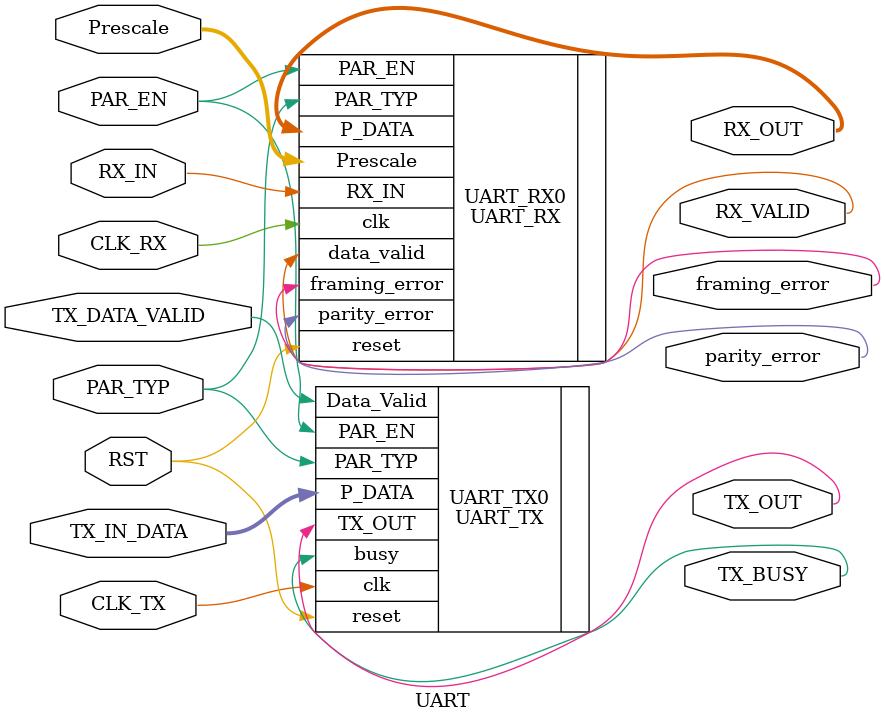
<source format=v>
module UART (
    input CLK_TX , CLK_RX , RST ,
    input [7:0] TX_IN_DATA ,
    input PAR_EN , TX_DATA_VALID , PAR_TYP ,RX_IN ,
    input [5:0] Prescale ,
    output TX_BUSY , TX_OUT , RX_VALID,
    output [7:0] RX_OUT ,
    output           parity_error,
    output           framing_error

);


UART_TX UART_TX0(
    .clk(CLK_TX) , .reset(RST),
    .P_DATA(TX_IN_DATA), .PAR_TYP(PAR_TYP) , .PAR_EN(PAR_EN) , .Data_Valid(TX_DATA_VALID) , .busy(TX_BUSY) , .TX_OUT(TX_OUT)
);

UART_RX UART_RX0 (
    .clk(CLK_RX) , .reset(RST),
    .RX_IN(RX_IN), .Prescale(Prescale), .PAR_TYP(PAR_TYP) , .PAR_EN(PAR_EN) , .data_valid(RX_VALID) , .P_DATA(RX_OUT), .parity_error(parity_error),
    .framing_error(framing_error)

);
    
endmodule
</source>
